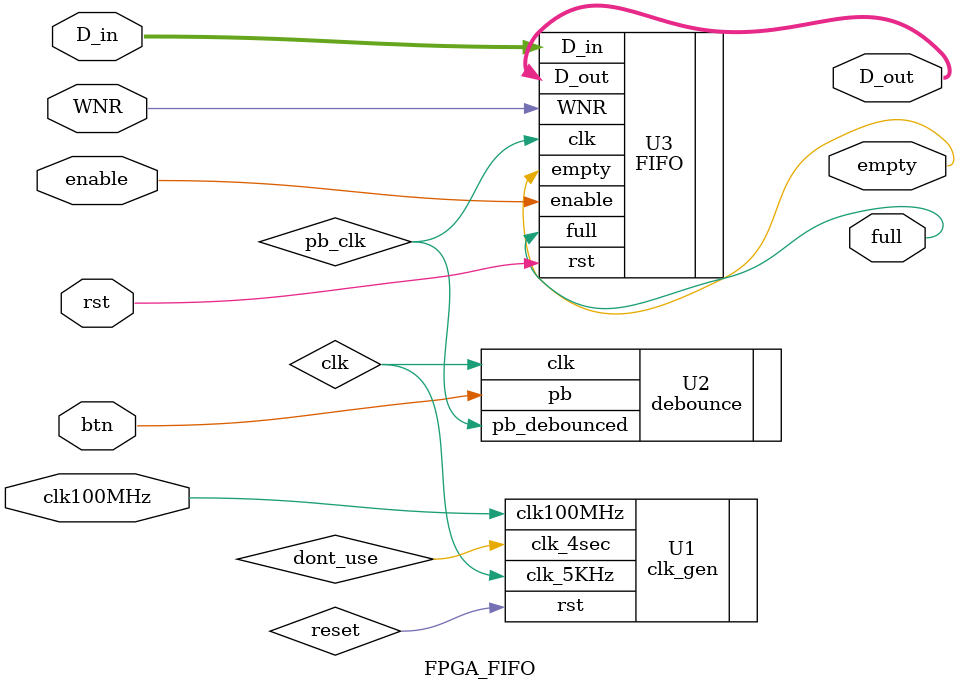
<source format=v>
`timescale 1ns / 1ps

module FPGA_FIFO(
input btn,
input clk100MHz,
input rst,
input WNR,
input enable,
input [3:0] D_in,
output [3:0] D_out,
output full,
output empty);



wire clk;
wire pb_clk;
wire dont_use;

clk_gen U1(
.clk_5KHz(clk),
.clk100MHz(clk100MHz),
.rst(reset),
.clk_4sec(dont_use)
);

debounce U2(
.clk(clk),
.pb(btn),
.pb_debounced(pb_clk)
);    
  
FIFO U3(
.clk(pb_clk),
.rst(rst),
.WNR(WNR),
.enable(enable),
.D_in(D_in),
.D_out(D_out),
.full(full),
.empty(empty)
);  
  
    
endmodule


</source>
